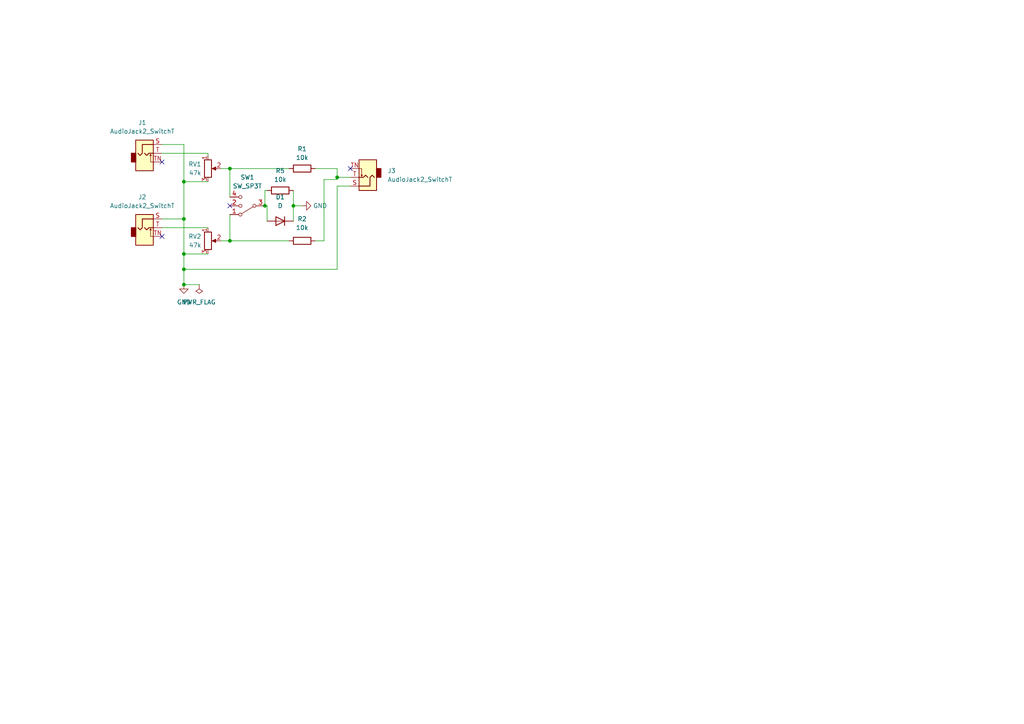
<source format=kicad_sch>
(kicad_sch (version 20211123) (generator eeschema)
  (paper "A4")
  (lib_symbols
    (symbol "Connector:AudioJack2_SwitchT"
      (property "Reference" "J" (at 0 8.89 0))
      (property "Value" "AudioJack2_SwitchT" (at 0 6.35 0))
      (symbol "AudioJack2_SwitchT_0_1"
        (rectangle (start -2.54 0) (end -3.81 -2.54) (stroke (width 0.254)) (fill (type outline)))
        (polyline (pts (xy 1.778 -0.254) (xy 2.032 -0.762)))
        (polyline (pts (xy 0 0) (xy 0.635 -0.635) (xy 1.27 0) (xy 2.54 0)) (stroke (width 0.254)))
        (polyline (pts (xy 2.54 -2.54) (xy 1.778 -2.54) (xy 1.778 -0.254) (xy 1.524 -0.762)))
        (polyline (pts (xy 2.54 2.54) (xy -0.635 2.54) (xy -0.635 0) (xy -1.27 -0.635) (xy -1.905 0)) (stroke (width 0.254)))
        (rectangle (start 2.54 3.81) (end -2.54 -5.08) (stroke (width 0.254)) (fill (type background)))
      )
      (symbol "AudioJack2_SwitchT_1_1"
        (pin passive line (at 5.08 2.54 180) (length 2.54) (name "~") (number "S"))
        (pin passive line (at 5.08 0 180) (length 2.54) (name "~") (number "T"))
        (pin passive line (at 5.08 -2.54 180) (length 2.54) (name "~") (number "TN"))
      )
    )
    (symbol "Device:D" (pin_numbers hide) (pin_names (offset 1.016) hide)
      (property "Reference" "D" (at 0 2.54 0))
      (property "Value" "D" (at 0 -2.54 0))
      (symbol "D_0_1"
        (polyline (pts (xy -1.27 1.27) (xy -1.27 -1.27)) (stroke (width 0.254)))
        (polyline (pts (xy 1.27 0) (xy -1.27 0)))
        (polyline (pts (xy 1.27 1.27) (xy 1.27 -1.27) (xy -1.27 0) (xy 1.27 1.27)) (stroke (width 0.254)))
      )
      (symbol "D_1_1"
        (pin passive line (at -3.81 0 0) (length 2.54) (name "K") (number "1"))
        (pin passive line (at 3.81 0 180) (length 2.54) (name "A") (number "2"))
      )
    )
    (symbol "Device:R" (pin_numbers hide) (pin_names (offset 0))
      (property "Reference" "R" (at 2.032 0 90))
      (property "Value" "R" (at 0 0 90))
      (symbol "R_0_1"
        (rectangle (start -1.016 -2.54) (end 1.016 2.54) (stroke (width 0.254)))
      )
      (symbol "R_1_1"
        (pin passive line (at 0 3.81 270) (length 1.27) (name "~") (number "1"))
        (pin passive line (at 0 -3.81 90) (length 1.27) (name "~") (number "2"))
      )
    )
    (symbol "Device:R_Potentiometer" (pin_names (offset 1.016) hide)
      (property "Reference" "RV" (at -4.445 0 90))
      (property "Value" "R_Potentiometer" (at -2.54 0 90))
      (symbol "R_Potentiometer_0_1"
        (polyline (pts (xy 2.54 0) (xy 1.524 0)))
        (polyline (pts (xy 1.143 0) (xy 2.286 0.508) (xy 2.286 -0.508) (xy 1.143 0)) (fill (type outline)))
        (rectangle (start 1.016 2.54) (end -1.016 -2.54) (stroke (width 0.254)))
      )
      (symbol "R_Potentiometer_1_1"
        (pin passive line (at 0 3.81 270) (length 1.27) (name "1") (number "1"))
        (pin passive line (at 3.81 0 180) (length 1.27) (name "2") (number "2"))
        (pin passive line (at 0 -3.81 90) (length 1.27) (name "3") (number "3"))
      )
    )
    (symbol "Switch:SW_SP3T" (pin_names (offset 0) hide)
      (property "Reference" "SW" (at 0 5.08 0))
      (property "Value" "SW_SP3T" (at 0 -5.08 0))
      (symbol "SW_SP3T_0_1"
        (circle (center -2.032 0) (radius 0.4572))
        (polyline (pts (xy -1.651 0.254) (xy 1.651 2.286)))
        (circle (center 2.032 -2.54) (radius 0.4572))
        (circle (center 2.032 0) (radius 0.4572))
        (circle (center 2.032 2.54) (radius 0.4572))
      )
      (symbol "SW_SP3T_1_1"
        (pin passive line (at 5.08 2.54 180) (length 2.54) (name "1") (number "1"))
        (pin passive line (at 5.08 0 180) (length 2.54) (name "2") (number "2"))
        (pin passive line (at -5.08 0 0) (length 2.54) (name "3") (number "3"))
        (pin passive line (at 5.08 -2.54 180) (length 2.54) (name "4") (number "4"))
      )
    )
    (symbol "power:GND" (power) (pin_names (offset 0))
      (property "Value" "GND" (at 0 -3.81 0))
      (symbol "GND_0_1"
        (polyline (pts (xy 0 0) (xy 0 -1.27) (xy 1.27 -1.27) (xy 0 -2.54) (xy -1.27 -1.27) (xy 0 -1.27)))
      )
      (symbol "GND_1_1"
        (pin power_in line (at 0 0 270) (length 0) hide (name "GND") (number "1"))
      )
    )
    (symbol "power:PWR_FLAG" (power) (pin_numbers hide) (pin_names (offset 0) hide)
      (property "Value" "PWR_FLAG" (at 0 3.81 0))
      (symbol "PWR_FLAG_0_0"
        (pin power_out line (at 0 0 90) (length 0) (name "pwr") (number "1"))
      )
      (symbol "PWR_FLAG_0_1"
        (polyline (pts (xy 0 0) (xy 0 1.27) (xy -1.016 1.905) (xy 0 2.54) (xy 1.016 1.905) (xy 0 1.27)))
      )
    )
  )
  (junction (at 53.34 82.55))
  (junction (at 53.34 78.105))
  (junction (at 66.675 48.895))
  (junction (at 53.34 63.5))
  (junction (at 76.835 59.69))
  (junction (at 97.79 51.435))
  (junction (at 66.675 69.85))
  (junction (at 53.34 73.66))
  (junction (at 53.34 52.705))
  (junction (at 85.09 59.69))
  (no_connect (at 46.99 46.99))
  (no_connect (at 46.99 68.58))
  (no_connect (at 101.6 48.895))
  (no_connect (at 66.675 59.69))
  (wire (pts (xy 77.47 59.69) (xy 76.835 59.69)))
  (wire (pts (xy 46.99 44.45) (xy 60.325 44.45)))
  (wire (pts (xy 53.34 78.105) (xy 53.34 82.55)))
  (wire (pts (xy 93.98 69.85) (xy 93.98 52.07)))
  (wire (pts (xy 101.6 53.975) (xy 97.79 53.975)))
  (wire (pts (xy 66.675 48.895) (xy 66.675 57.15)))
  (wire (pts (xy 46.99 66.04) (xy 60.325 66.04)))
  (wire (pts (xy 97.79 48.895) (xy 97.79 51.435)))
  (wire (pts (xy 66.675 62.23) (xy 66.675 69.85)))
  (wire (pts (xy 85.09 55.245) (xy 85.09 59.69)))
  (wire (pts (xy 53.34 52.705) (xy 53.34 63.5)))
  (wire (pts (xy 64.135 69.85) (xy 66.675 69.85)))
  (wire (pts (xy 46.99 41.91) (xy 53.34 41.91)))
  (wire (pts (xy 97.79 53.975) (xy 97.79 78.105)))
  (wire (pts (xy 66.675 69.85) (xy 83.82 69.85)))
  (wire (pts (xy 77.47 64.135) (xy 77.47 59.69)))
  (wire (pts (xy 64.135 48.895) (xy 66.675 48.895)))
  (wire (pts (xy 53.34 82.55) (xy 57.785 82.55)))
  (wire (pts (xy 76.835 55.245) (xy 77.47 55.245)))
  (wire (pts (xy 97.79 51.435) (xy 101.6 51.435)))
  (wire (pts (xy 53.34 73.66) (xy 53.34 78.105)))
  (wire (pts (xy 53.34 52.705) (xy 60.325 52.705)))
  (wire (pts (xy 66.675 48.895) (xy 83.82 48.895)))
  (wire (pts (xy 93.98 52.07) (xy 97.79 52.07)))
  (wire (pts (xy 76.835 59.69) (xy 76.835 55.245)))
  (wire (pts (xy 97.79 78.105) (xy 53.34 78.105)))
  (wire (pts (xy 60.325 44.45) (xy 60.325 45.085)))
  (wire (pts (xy 85.09 59.69) (xy 85.09 64.135)))
  (wire (pts (xy 97.79 51.435) (xy 97.79 52.07)))
  (wire (pts (xy 85.09 59.69) (xy 87.63 59.69)))
  (wire (pts (xy 91.44 69.85) (xy 93.98 69.85)))
  (wire (pts (xy 53.34 41.91) (xy 53.34 52.705)))
  (wire (pts (xy 53.34 63.5) (xy 53.34 73.66)))
  (wire (pts (xy 91.44 48.895) (xy 97.79 48.895)))
  (wire (pts (xy 46.99 63.5) (xy 53.34 63.5)))
  (wire (pts (xy 53.34 73.66) (xy 60.325 73.66)))
  (symbol (lib_id "Connector:AudioJack2_SwitchT") (at 41.91 44.45 0) (unit 1)
    (property "Reference" "J1" (at 41.275 35.56 0))
    (property "Value" "AudioJack2_SwitchT" (at 41.275 38.1 0))
    (property "Footprint" "urbsLib:Jack_3.5mm_PJ323_Horizontal" (effects hide))
  )
  (symbol (lib_id "Device:R") (at 81.28 55.245 270) (unit 1)
    (property "Reference" "R5" (at 81.28 49.53 90))
    (property "Value" "10k" (at 81.28 52.07 90))
    (property "Footprint" "Resistor_SMD:R_1206_3216Metric_Pad1.30x1.75mm_HandSolder" (effects hide))
  )
  (symbol (lib_id "power:PWR_FLAG") (at 57.785 82.55 180) (unit 1)
    (property "Reference" "#FLG01" (effects hide))
    (property "Value" "PWR_FLAG" (at 57.785 87.63 0))
  )
  (symbol (lib_id "Device:R_Potentiometer") (at 60.325 69.85 0) (unit 1)
    (property "Reference" "RV2" (at 58.42 68.5799 0) (effects (justify right)))
    (property "Value" "47k" (at 58.42 71.1199 0) (effects (justify right)))
    (property "Footprint" "urbsLib:Potentiometer_FlatAli_Single_Vertical" (effects hide))
  )
  (symbol (lib_id "Device:R") (at 87.63 48.895 90) (unit 1)
    (property "Reference" "R1" (at 87.63 43.18 90))
    (property "Value" "10k" (at 87.63 45.72 90))
    (property "Footprint" "Resistor_SMD:R_1206_3216Metric_Pad1.30x1.75mm_HandSolder" (effects hide))
  )
  (symbol (lib_id "Connector:AudioJack2_SwitchT") (at 41.91 66.04 0) (unit 1)
    (property "Reference" "J2" (at 41.275 57.15 0))
    (property "Value" "AudioJack2_SwitchT" (at 41.275 59.69 0))
    (property "Footprint" "urbsLib:Jack_3.5mm_PJ323_Horizontal" (effects hide))
  )
  (symbol (lib_id "Switch:SW_SP3T") (at 71.755 59.69 180) (unit 1)
    (property "Reference" "SW1" (at 71.755 51.435 0))
    (property "Value" "SW_SP3T" (at 71.755 53.975 0))
    (property "Footprint" "Button_Switch_SMD:SW_SP3T_PCM13" (effects hide))
  )
  (symbol (lib_id "Connector:AudioJack2_SwitchT") (at 106.68 51.435 180) (unit 1)
    (property "Reference" "J3" (at 112.395 49.5299 0) (effects (justify right)))
    (property "Value" "AudioJack2_SwitchT" (at 112.395 52.0699 0) (effects (justify right)))
    (property "Footprint" "urbsLib:Jack_3.5mm_PJ323_Horizontal" (effects hide))
  )
  (symbol (lib_id "Device:R") (at 87.63 69.85 90) (unit 1)
    (property "Reference" "R2" (at 87.63 63.5 90))
    (property "Value" "10k" (at 87.63 66.04 90))
    (property "Footprint" "Resistor_SMD:R_1206_3216Metric_Pad1.30x1.75mm_HandSolder" (effects hide))
  )
  (symbol (lib_id "power:GND") (at 53.34 82.55 0) (unit 1)
    (property "Reference" "#PWR01" (effects hide))
    (property "Value" "GND" (at 53.34 87.63 0))
  )
  (symbol (lib_id "power:GND") (at 87.63 59.69 90) (unit 1)
    (property "Reference" "#PWR02" (effects hide))
    (property "Value" "GND" (at 90.805 59.6899 90) (effects (justify right)))
  )
  (symbol (lib_id "Device:R_Potentiometer") (at 60.325 48.895 0) (unit 1)
    (property "Reference" "RV1" (at 58.42 47.6249 0) (effects (justify right)))
    (property "Value" "47k" (at 58.42 50.1649 0) (effects (justify right)))
    (property "Footprint" "urbsLib:Potentiometer_FlatAli_Single_Vertical" (effects hide))
  )
  (symbol (lib_id "Device:D") (at 81.28 64.135 180) (unit 1)
    (property "Reference" "D1" (at 81.28 57.15 0))
    (property "Value" "D" (at 81.28 59.69 0))
    (property "Footprint" "Diode_SMD:D_SMA" (effects hide))
  )
)
</source>
